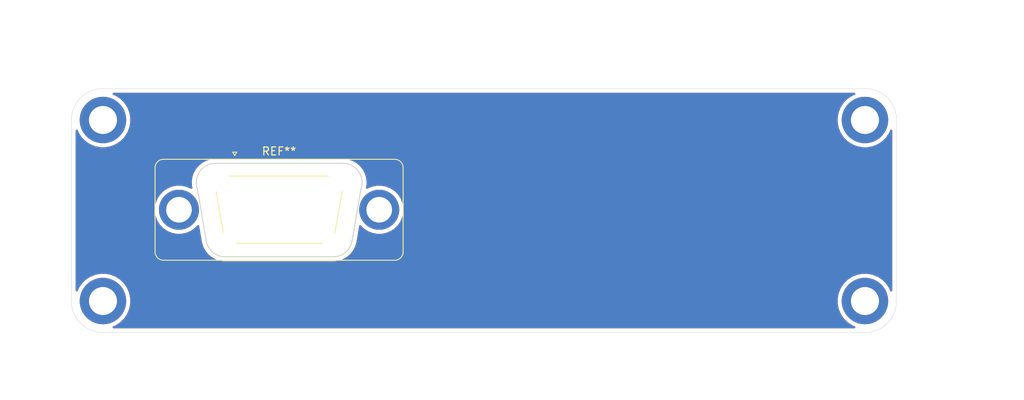
<source format=kicad_pcb>
(kicad_pcb (version 20171130) (host pcbnew "(5.1.5-0)")

  (general
    (thickness 1.6)
    (drawings 17)
    (tracks 4)
    (zones 0)
    (modules 1)
    (nets 1)
  )

  (page A4)
  (layers
    (0 F.Cu signal)
    (31 B.Cu signal)
    (32 B.Adhes user)
    (33 F.Adhes user)
    (34 B.Paste user)
    (35 F.Paste user)
    (36 B.SilkS user)
    (37 F.SilkS user)
    (38 B.Mask user)
    (39 F.Mask user)
    (40 Dwgs.User user)
    (41 Cmts.User user)
    (42 Eco1.User user)
    (43 Eco2.User user)
    (44 Edge.Cuts user)
    (45 Margin user)
    (46 B.CrtYd user)
    (47 F.CrtYd user)
    (48 B.Fab user)
    (49 F.Fab user)
  )

  (setup
    (last_trace_width 0.25)
    (trace_clearance 0.2)
    (zone_clearance 0.508)
    (zone_45_only no)
    (trace_min 0.2)
    (via_size 0.8)
    (via_drill 0.4)
    (via_min_size 0.4)
    (via_min_drill 0.3)
    (uvia_size 0.3)
    (uvia_drill 0.1)
    (uvias_allowed no)
    (uvia_min_size 0.2)
    (uvia_min_drill 0.1)
    (edge_width 0.05)
    (segment_width 0.2)
    (pcb_text_width 0.3)
    (pcb_text_size 1.5 1.5)
    (mod_edge_width 0.12)
    (mod_text_size 1 1)
    (mod_text_width 0.15)
    (pad_size 5 5)
    (pad_drill 3.2)
    (pad_to_mask_clearance 0.051)
    (solder_mask_min_width 0.25)
    (aux_axis_origin 0 0)
    (visible_elements FFFFFF7F)
    (pcbplotparams
      (layerselection 0x010fc_ffffffff)
      (usegerberextensions false)
      (usegerberattributes false)
      (usegerberadvancedattributes false)
      (creategerberjobfile false)
      (excludeedgelayer true)
      (linewidth 0.100000)
      (plotframeref false)
      (viasonmask false)
      (mode 1)
      (useauxorigin false)
      (hpglpennumber 1)
      (hpglpenspeed 20)
      (hpglpendiameter 15.000000)
      (psnegative false)
      (psa4output false)
      (plotreference true)
      (plotvalue true)
      (plotinvisibletext false)
      (padsonsilk false)
      (subtractmaskfromsilk false)
      (outputformat 1)
      (mirror false)
      (drillshape 0)
      (scaleselection 1)
      (outputdirectory "gerbers/back/"))
  )

  (net 0 "")

  (net_class Default "This is the default net class."
    (clearance 0.2)
    (trace_width 0.25)
    (via_dia 0.8)
    (via_drill 0.4)
    (uvia_dia 0.3)
    (uvia_drill 0.1)
  )

  (module Connector_Dsub:DSUB-9_Male_Vertical_P2.77x2.84mm_MountingHoles (layer F.Cu) (tedit 5FC321E1) (tstamp 5FC323B2)
    (at 116.45 109.8)
    (descr "9-pin D-Sub connector, straight/vertical, THT-mount, male, pitch 2.77x2.84mm, distance of mounting holes 25mm, see https://disti-assets.s3.amazonaws.com/tonar/files/datasheets/16730.pdf")
    (tags "9-pin D-Sub connector straight vertical THT male pitch 2.77x2.84mm mounting holes distance 25mm")
    (fp_text reference REF** (at 5.54 -5.89) (layer F.SilkS)
      (effects (font (size 1 1) (thickness 0.15)))
    )
    (fp_text value DSUB-9_Male_Vertical_P2.77x2.84mm_MountingHoles (at 5.54 8.73) (layer F.Fab)
      (effects (font (size 1 1) (thickness 0.15)))
    )
    (fp_text user %R (at 5.54 1.42) (layer F.Fab)
      (effects (font (size 1 1) (thickness 0.15)))
    )
    (fp_line (start 21.5 -5.35) (end -10.4 -5.35) (layer F.CrtYd) (width 0.05))
    (fp_line (start 21.5 8.2) (end 21.5 -5.35) (layer F.CrtYd) (width 0.05))
    (fp_line (start -10.4 8.2) (end 21.5 8.2) (layer F.CrtYd) (width 0.05))
    (fp_line (start -10.4 -5.35) (end -10.4 8.2) (layer F.CrtYd) (width 0.05))
    (fp_line (start -2.32647 -0.841744) (end -1.427202 4.258256) (layer F.SilkS) (width 0.12))
    (fp_line (start 13.40647 -0.841744) (end 12.507202 4.258256) (layer F.SilkS) (width 0.12))
    (fp_line (start 0.207579 5.63) (end 10.872421 5.63) (layer F.SilkS) (width 0.12))
    (fp_line (start -0.691689 -2.79) (end 11.771689 -2.79) (layer F.SilkS) (width 0.12))
    (fp_line (start 0 -5.351325) (end -0.25 -5.784338) (layer F.SilkS) (width 0.12))
    (fp_line (start 0.25 -5.784338) (end 0 -5.351325) (layer F.SilkS) (width 0.12))
    (fp_line (start -0.25 -5.784338) (end 0.25 -5.784338) (layer F.SilkS) (width 0.12))
    (fp_line (start -9.945 6.67) (end -9.945 -3.83) (layer F.SilkS) (width 0.12))
    (fp_line (start 19.965 7.73) (end -8.885 7.73) (layer F.SilkS) (width 0.12))
    (fp_line (start 21.025 -3.83) (end 21.025 6.67) (layer F.SilkS) (width 0.12))
    (fp_line (start -8.885 -4.89) (end 19.965 -4.89) (layer F.SilkS) (width 0.12))
    (fp_line (start -9.885 6.67) (end -9.885 -3.83) (layer F.Fab) (width 0.1))
    (fp_line (start 19.965 7.67) (end -8.885 7.67) (layer F.Fab) (width 0.1))
    (fp_line (start 20.965 -3.83) (end 20.965 6.67) (layer F.Fab) (width 0.1))
    (fp_line (start -8.885 -4.83) (end 19.965 -4.83) (layer F.Fab) (width 0.1))
    (fp_arc (start 19.965 6.67) (end 21.025 6.67) (angle 90) (layer F.SilkS) (width 0.12))
    (fp_arc (start -8.885 6.67) (end -9.945 6.67) (angle -90) (layer F.SilkS) (width 0.12))
    (fp_arc (start 19.965 -3.83) (end 19.965 -4.89) (angle 90) (layer F.SilkS) (width 0.12))
    (fp_arc (start -8.885 -3.83) (end -9.945 -3.83) (angle 90) (layer F.SilkS) (width 0.12))
    (fp_arc (start 19.965 6.67) (end 20.965 6.67) (angle 90) (layer F.Fab) (width 0.1))
    (fp_arc (start -8.885 6.67) (end -9.885 6.67) (angle -90) (layer F.Fab) (width 0.1))
    (fp_arc (start 19.965 -3.83) (end 19.965 -4.83) (angle 90) (layer F.Fab) (width 0.1))
    (fp_arc (start -8.885 -3.83) (end -9.885 -3.83) (angle 90) (layer F.Fab) (width 0.1))
    (pad 0 thru_hole circle (at 18.04 1.42) (size 5 5) (drill 3.2) (layers *.Cu *.Mask))
    (pad 0 thru_hole circle (at -6.96 1.42) (size 5 5) (drill 3.2) (layers *.Cu *.Mask))
    (model ${KISYS3DMOD}/Connector_Dsub.3dshapes/DSUB-9_Male_Vertical_P2.77x2.84mm_MountingHoles.wrl
      (at (xyz 0 0 0))
      (scale (xyz 1 1 1))
      (rotate (xyz 0 0 0))
    )
  )

  (gr_arc (start 114.05 107.82) (end 114.05 105.42) (angle -110) (layer Edge.Cuts) (width 0.12))
  (gr_arc (start 115.265 114.7) (end 115.265 117.1) (angle 80) (layer Edge.Cuts) (width 0.12) (tstamp 5FC2F27B))
  (gr_arc (start 129.95 107.82) (end 129.95 105.42) (angle 110) (layer Edge.Cuts) (width 0.12))
  (gr_arc (start 128.735 114.7) (end 128.735 117.1) (angle -80) (layer Edge.Cuts) (width 0.12) (tstamp 5FC2F27B))
  (gr_line (start 111.794738 108.640848) (end 112.901461 115.116756) (layer Edge.Cuts) (width 0.12))
  (gr_line (start 132.205262 108.640848) (end 131.098539 115.116756) (layer Edge.Cuts) (width 0.12))
  (gr_line (start 114.05 105.42) (end 129.95 105.42) (layer Edge.Cuts) (width 0.12))
  (gr_line (start 128.735 117.1) (end 115.265 117.1) (layer Edge.Cuts) (width 0.12))
  (gr_text "https://www.norcomp.net/products/dualport-dsub/85\nhttps://content.norcomp.net/rohspdfs/Connectors/PanelCutOuts/Panel_Cutout_D-Sub-Single.pdf" (at 124.7 94.3) (layer Dwgs.User)
    (effects (font (size 1 1) (thickness 0.15)))
  )
  (gr_arc (start 100 100) (end 96.065 100) (angle 90) (layer Edge.Cuts) (width 0.05))
  (gr_line (start 100 96.065) (end 195.13 96.065) (layer Edge.Cuts) (width 0.05))
  (gr_arc (start 195.13 100) (end 195.13 96.065) (angle 90) (layer Edge.Cuts) (width 0.05) (tstamp 5FC2B15F))
  (gr_line (start 199.065 100) (end 199.065 122.63) (layer Edge.Cuts) (width 0.05))
  (gr_arc (start 195.13 122.63) (end 199.065 122.63) (angle 90) (layer Edge.Cuts) (width 0.05) (tstamp 5FC2B156))
  (gr_line (start 195.13 126.565) (end 100 126.565) (layer Edge.Cuts) (width 0.05))
  (gr_arc (start 100 122.63) (end 100 126.565) (angle 90) (layer Edge.Cuts) (width 0.05) (tstamp 5FC2B148))
  (gr_line (start 96.065 122.63) (end 96.065 100) (layer Edge.Cuts) (width 0.05))

  (via (at 100 100) (size 5.8) (drill 3.5) (layers F.Cu B.Cu) (net 0))
  (via (at 100 122.63) (size 5.8) (drill 3.5) (layers F.Cu B.Cu) (net 0))
  (via (at 195.13 100) (size 5.8) (drill 3.5) (layers F.Cu B.Cu) (net 0))
  (via (at 195.13 122.63) (size 5.8) (drill 3.5) (layers F.Cu B.Cu) (net 0))

  (zone (net 0) (net_name "") (layer F.Mask) (tstamp 0) (hatch edge 0.508)
    (connect_pads (clearance 0.508))
    (min_thickness 0.254)
    (fill yes (arc_segments 32) (thermal_gap 0.508) (thermal_bridge_width 0.508))
    (polygon
      (pts
        (xy 205 130) (xy 90 130) (xy 90 90) (xy 205 90)
      )
    )
    (filled_polygon
      (pts
        (xy 195.515697 96.083948) (xy 195.89768 96.14061) (xy 196.27227 96.23444) (xy 196.635859 96.364534) (xy 196.984946 96.52964)
        (xy 197.316169 96.728167) (xy 197.626338 96.958204) (xy 197.912465 97.217535) (xy 198.171796 97.503662) (xy 198.401833 97.813831)
        (xy 198.60036 98.145054) (xy 198.765466 98.494141) (xy 198.89556 98.85773) (xy 198.98939 99.23232) (xy 199.046052 99.614303)
        (xy 199.065 100) (xy 199.065 122.63) (xy 199.046052 123.015697) (xy 198.98939 123.39768) (xy 198.89556 123.77227)
        (xy 198.765466 124.135859) (xy 198.60036 124.484946) (xy 198.401833 124.816169) (xy 198.171796 125.126338) (xy 197.912465 125.412465)
        (xy 197.626338 125.671796) (xy 197.316169 125.901833) (xy 196.984946 126.10036) (xy 196.635859 126.265466) (xy 196.27227 126.39556)
        (xy 195.89768 126.48939) (xy 195.515697 126.546052) (xy 195.13 126.565) (xy 100 126.565) (xy 99.614303 126.546052)
        (xy 99.23232 126.48939) (xy 98.85773 126.39556) (xy 98.494141 126.265466) (xy 98.145054 126.10036) (xy 97.813831 125.901833)
        (xy 97.503662 125.671796) (xy 97.217535 125.412465) (xy 96.958204 125.126338) (xy 96.728167 124.816169) (xy 96.52964 124.484946)
        (xy 96.364534 124.135859) (xy 96.23444 123.77227) (xy 96.14061 123.39768) (xy 96.083948 123.015697) (xy 96.065 122.63)
        (xy 96.065 107.736241) (xy 111.651462 107.736241) (xy 111.66039 108.04308) (xy 111.708411 108.346269) (xy 111.794738 108.640848)
        (xy 112.901461 115.116756) (xy 112.973234 115.412609) (xy 113.081883 115.696996) (xy 113.225659 115.965342) (xy 113.402248 116.213327)
        (xy 113.60881 116.436962) (xy 113.842021 116.632649) (xy 114.098128 116.797239) (xy 114.37301 116.928084) (xy 114.662245 117.023077)
        (xy 114.961178 117.080692) (xy 115.265 117.1) (xy 128.735 117.1) (xy 129.038822 117.080692) (xy 129.337755 117.023077)
        (xy 129.62699 116.928083) (xy 129.901872 116.797239) (xy 130.157979 116.632649) (xy 130.39119 116.436962) (xy 130.597752 116.213326)
        (xy 130.774341 115.965341) (xy 130.918117 115.696996) (xy 131.026765 115.412609) (xy 131.098539 115.116756) (xy 132.205262 108.640848)
        (xy 132.291589 108.346268) (xy 132.33961 108.043079) (xy 132.348538 107.736241) (xy 132.318227 107.430773) (xy 132.249174 107.131672)
        (xy 132.142509 106.843832) (xy 131.999975 106.571961) (xy 131.823905 106.320508) (xy 131.61718 106.093585) (xy 131.38318 105.894905)
        (xy 131.125735 105.727718) (xy 130.849055 105.594759) (xy 130.557668 105.498204) (xy 130.25634 105.439632) (xy 129.95 105.42)
        (xy 114.05 105.42) (xy 113.74366 105.439631) (xy 113.442332 105.498203) (xy 113.150944 105.594759) (xy 112.874265 105.727717)
        (xy 112.616819 105.894904) (xy 112.38282 106.093584) (xy 112.176094 106.320508) (xy 112.000025 106.571961) (xy 111.857491 106.843832)
        (xy 111.750825 107.131672) (xy 111.681772 107.430773) (xy 111.651462 107.736241) (xy 96.065 107.736241) (xy 96.065 100)
        (xy 96.083948 99.614303) (xy 96.14061 99.23232) (xy 96.23444 98.85773) (xy 96.364534 98.494141) (xy 96.52964 98.145054)
        (xy 96.728167 97.813831) (xy 96.958204 97.503662) (xy 97.217535 97.217535) (xy 97.503662 96.958204) (xy 97.813831 96.728167)
        (xy 98.145054 96.52964) (xy 98.494141 96.364534) (xy 98.85773 96.23444) (xy 99.23232 96.14061) (xy 99.614303 96.083948)
        (xy 100 96.065) (xy 195.13 96.065)
      )
    )
  )
  (zone (net 0) (net_name "") (layer B.Mask) (tstamp 5FC3E99E) (hatch edge 0.508)
    (connect_pads (clearance 0.508))
    (min_thickness 0.254)
    (fill yes (arc_segments 32) (thermal_gap 0.508) (thermal_bridge_width 0.508))
    (polygon
      (pts
        (xy 207.338451 130) (xy 92.338451 130) (xy 92.338451 90) (xy 207.338451 90)
      )
    )
    (filled_polygon
      (pts
        (xy 195.515697 96.083948) (xy 195.89768 96.14061) (xy 196.27227 96.23444) (xy 196.635859 96.364534) (xy 196.984946 96.52964)
        (xy 197.316169 96.728167) (xy 197.626338 96.958204) (xy 197.912465 97.217535) (xy 198.171796 97.503662) (xy 198.401833 97.813831)
        (xy 198.60036 98.145054) (xy 198.765466 98.494141) (xy 198.89556 98.85773) (xy 198.98939 99.23232) (xy 199.046052 99.614303)
        (xy 199.065 100) (xy 199.065 122.63) (xy 199.046052 123.015697) (xy 198.98939 123.39768) (xy 198.89556 123.77227)
        (xy 198.765466 124.135859) (xy 198.60036 124.484946) (xy 198.401833 124.816169) (xy 198.171796 125.126338) (xy 197.912465 125.412465)
        (xy 197.626338 125.671796) (xy 197.316169 125.901833) (xy 196.984946 126.10036) (xy 196.635859 126.265466) (xy 196.27227 126.39556)
        (xy 195.89768 126.48939) (xy 195.515697 126.546052) (xy 195.13 126.565) (xy 100 126.565) (xy 99.614303 126.546052)
        (xy 99.23232 126.48939) (xy 98.85773 126.39556) (xy 98.494141 126.265466) (xy 98.145054 126.10036) (xy 97.813831 125.901833)
        (xy 97.503662 125.671796) (xy 97.217535 125.412465) (xy 96.958204 125.126338) (xy 96.728167 124.816169) (xy 96.52964 124.484946)
        (xy 96.364534 124.135859) (xy 96.23444 123.77227) (xy 96.14061 123.39768) (xy 96.083948 123.015697) (xy 96.065 122.63)
        (xy 96.065 107.736241) (xy 111.651462 107.736241) (xy 111.66039 108.04308) (xy 111.708411 108.346269) (xy 111.794738 108.640848)
        (xy 112.901461 115.116756) (xy 112.973234 115.412609) (xy 113.081883 115.696996) (xy 113.225659 115.965342) (xy 113.402248 116.213327)
        (xy 113.60881 116.436962) (xy 113.842021 116.632649) (xy 114.098128 116.797239) (xy 114.37301 116.928084) (xy 114.662245 117.023077)
        (xy 114.961178 117.080692) (xy 115.265 117.1) (xy 128.735 117.1) (xy 129.038822 117.080692) (xy 129.337755 117.023077)
        (xy 129.62699 116.928083) (xy 129.901872 116.797239) (xy 130.157979 116.632649) (xy 130.39119 116.436962) (xy 130.597752 116.213326)
        (xy 130.774341 115.965341) (xy 130.918117 115.696996) (xy 131.026765 115.412609) (xy 131.098539 115.116756) (xy 132.205262 108.640848)
        (xy 132.291589 108.346268) (xy 132.33961 108.043079) (xy 132.348538 107.736241) (xy 132.318227 107.430773) (xy 132.249174 107.131672)
        (xy 132.142509 106.843832) (xy 131.999975 106.571961) (xy 131.823905 106.320508) (xy 131.61718 106.093585) (xy 131.38318 105.894905)
        (xy 131.125735 105.727718) (xy 130.849055 105.594759) (xy 130.557668 105.498204) (xy 130.25634 105.439632) (xy 129.95 105.42)
        (xy 114.05 105.42) (xy 113.74366 105.439631) (xy 113.442332 105.498203) (xy 113.150944 105.594759) (xy 112.874265 105.727717)
        (xy 112.616819 105.894904) (xy 112.38282 106.093584) (xy 112.176094 106.320508) (xy 112.000025 106.571961) (xy 111.857491 106.843832)
        (xy 111.750825 107.131672) (xy 111.681772 107.430773) (xy 111.651462 107.736241) (xy 96.065 107.736241) (xy 96.065 100)
        (xy 96.083948 99.614303) (xy 96.14061 99.23232) (xy 96.23444 98.85773) (xy 96.364534 98.494141) (xy 96.52964 98.145054)
        (xy 96.728167 97.813831) (xy 96.958204 97.503662) (xy 97.217535 97.217535) (xy 97.503662 96.958204) (xy 97.813831 96.728167)
        (xy 98.145054 96.52964) (xy 98.494141 96.364534) (xy 98.85773 96.23444) (xy 99.23232 96.14061) (xy 99.614303 96.083948)
        (xy 100 96.065) (xy 195.13 96.065)
      )
    )
  )
  (zone (net 0) (net_name "") (layer F.Cu) (tstamp 0) (hatch edge 0.508)
    (connect_pads (clearance 0.508))
    (min_thickness 0.254)
    (fill yes (arc_segments 32) (thermal_gap 0.508) (thermal_bridge_width 0.508))
    (polygon
      (pts
        (xy 215 135) (xy 95 135) (xy 95 85) (xy 215 85)
      )
    )
    (filled_polygon
      (pts
        (xy 193.45555 96.867324) (xy 192.876569 97.254186) (xy 192.384186 97.746569) (xy 191.997324 98.32555) (xy 191.730848 98.968879)
        (xy 191.595 99.651833) (xy 191.595 100.348167) (xy 191.730848 101.031121) (xy 191.997324 101.67445) (xy 192.384186 102.253431)
        (xy 192.876569 102.745814) (xy 193.45555 103.132676) (xy 194.098879 103.399152) (xy 194.781833 103.535) (xy 195.478167 103.535)
        (xy 196.161121 103.399152) (xy 196.80445 103.132676) (xy 197.383431 102.745814) (xy 197.875814 102.253431) (xy 198.262676 101.67445)
        (xy 198.405 101.33085) (xy 198.405001 121.299152) (xy 198.262676 120.95555) (xy 197.875814 120.376569) (xy 197.383431 119.884186)
        (xy 196.80445 119.497324) (xy 196.161121 119.230848) (xy 195.478167 119.095) (xy 194.781833 119.095) (xy 194.098879 119.230848)
        (xy 193.45555 119.497324) (xy 192.876569 119.884186) (xy 192.384186 120.376569) (xy 191.997324 120.95555) (xy 191.730848 121.598879)
        (xy 191.595 122.281833) (xy 191.595 122.978167) (xy 191.730848 123.661121) (xy 191.997324 124.30445) (xy 192.384186 124.883431)
        (xy 192.876569 125.375814) (xy 193.45555 125.762676) (xy 193.79915 125.905) (xy 101.33085 125.905) (xy 101.67445 125.762676)
        (xy 102.253431 125.375814) (xy 102.745814 124.883431) (xy 103.132676 124.30445) (xy 103.399152 123.661121) (xy 103.535 122.978167)
        (xy 103.535 122.281833) (xy 103.399152 121.598879) (xy 103.132676 120.95555) (xy 102.745814 120.376569) (xy 102.253431 119.884186)
        (xy 101.67445 119.497324) (xy 101.031121 119.230848) (xy 100.348167 119.095) (xy 99.651833 119.095) (xy 98.968879 119.230848)
        (xy 98.32555 119.497324) (xy 97.746569 119.884186) (xy 97.254186 120.376569) (xy 96.867324 120.95555) (xy 96.725 121.29915)
        (xy 96.725 110.911229) (xy 106.355 110.911229) (xy 106.355 111.528771) (xy 106.475476 112.134446) (xy 106.711799 112.704979)
        (xy 107.054886 113.218446) (xy 107.491554 113.655114) (xy 108.005021 113.998201) (xy 108.575554 114.234524) (xy 109.181229 114.355)
        (xy 109.798771 114.355) (xy 110.404446 114.234524) (xy 110.974979 113.998201) (xy 111.488446 113.655114) (xy 111.879724 113.263836)
        (xy 112.222143 115.26748) (xy 112.223911 115.273934) (xy 112.231329 115.312818) (xy 112.240928 115.345432) (xy 112.247296 115.378814)
        (xy 112.250101 115.388104) (xy 112.38861 115.835555) (xy 112.41302 115.893624) (xy 112.436617 115.952028) (xy 112.44117 115.960592)
        (xy 112.441172 115.960597) (xy 112.441175 115.960601) (xy 112.663955 116.372623) (xy 112.699187 116.424857) (xy 112.73367 116.477552)
        (xy 112.739801 116.48507) (xy 112.739804 116.485074) (xy 112.739808 116.485078) (xy 113.038371 116.845979) (xy 113.083045 116.890342)
        (xy 113.12714 116.93537) (xy 113.134612 116.941551) (xy 113.134617 116.941556) (xy 113.134619 116.941557) (xy 113.497599 117.237597)
        (xy 113.550056 117.272449) (xy 113.602042 117.308044) (xy 113.610578 117.31266) (xy 114.024149 117.532559) (xy 114.082424 117.556578)
        (xy 114.140284 117.581377) (xy 114.149548 117.584245) (xy 114.149555 117.584248) (xy 114.149562 117.584249) (xy 114.597961 117.719629)
        (xy 114.659743 117.731862) (xy 114.721366 117.74496) (xy 114.731017 117.745975) (xy 115.19718 117.791683) (xy 115.197187 117.791683)
        (xy 115.230865 117.795) (xy 128.769135 117.795) (xy 128.773973 117.794524) (xy 128.811709 117.793997) (xy 128.845493 117.790208)
        (xy 128.879483 117.789733) (xy 128.889119 117.788585) (xy 129.353822 117.729879) (xy 129.415246 117.715924) (xy 129.476862 117.702827)
        (xy 129.486089 117.699829) (xy 129.486095 117.699827) (xy 129.930543 117.551979) (xy 129.98809 117.526358) (xy 130.045987 117.501543)
        (xy 130.054453 117.496812) (xy 130.054457 117.49681) (xy 130.05446 117.496808) (xy 130.461728 117.265446) (xy 130.513162 117.229163)
        (xy 130.565175 117.193549) (xy 130.572565 117.18726) (xy 130.92714 116.881199) (xy 130.970575 116.835588) (xy 131.014653 116.790577)
        (xy 131.020681 116.782972) (xy 131.309054 116.41387) (xy 131.342812 116.360676) (xy 131.377298 116.307975) (xy 131.381731 116.299349)
        (xy 131.381734 116.299345) (xy 131.381736 116.299341) (xy 131.592924 115.881259) (xy 131.6157 115.822539) (xy 131.6393 115.764127)
        (xy 131.641975 115.754799) (xy 131.749988 115.367943) (xy 131.750742 115.366435) (xy 131.777856 115.26748) (xy 132.117357 113.280917)
        (xy 132.491554 113.655114) (xy 133.005021 113.998201) (xy 133.575554 114.234524) (xy 134.181229 114.355) (xy 134.798771 114.355)
        (xy 135.404446 114.234524) (xy 135.974979 113.998201) (xy 136.488446 113.655114) (xy 136.925114 113.218446) (xy 137.268201 112.704979)
        (xy 137.504524 112.134446) (xy 137.625 111.528771) (xy 137.625 110.911229) (xy 137.504524 110.305554) (xy 137.268201 109.735021)
        (xy 136.925114 109.221554) (xy 136.488446 108.784886) (xy 135.974979 108.441799) (xy 135.404446 108.205476) (xy 134.798771 108.085)
        (xy 134.181229 108.085) (xy 133.575554 108.205476) (xy 133.005021 108.441799) (xy 132.975547 108.461493) (xy 132.977535 108.454276)
        (xy 132.98723 108.398148) (xy 132.998681 108.342364) (xy 132.999629 108.332706) (xy 133.042082 107.866236) (xy 133.041642 107.803208)
        (xy 133.042081 107.740256) (xy 133.041135 107.730598) (xy 132.992174 107.264766) (xy 132.979498 107.203013) (xy 132.967704 107.141186)
        (xy 132.9649 107.131896) (xy 132.82639 106.684446) (xy 132.80198 106.626377) (xy 132.778383 106.567973) (xy 132.773828 106.559404)
        (xy 132.551046 106.147378) (xy 132.515828 106.095165) (xy 132.48133 106.042448) (xy 132.475197 106.034928) (xy 132.176629 105.674021)
        (xy 132.131938 105.629641) (xy 132.087859 105.584629) (xy 132.080382 105.578443) (xy 131.7174 105.282403) (xy 131.664939 105.247547)
        (xy 131.612958 105.211956) (xy 131.604427 105.207343) (xy 131.604423 105.20734) (xy 131.604419 105.207338) (xy 131.190851 104.987441)
        (xy 131.132633 104.963445) (xy 131.074716 104.938623) (xy 131.065446 104.935753) (xy 130.617039 104.800371) (xy 130.555263 104.788139)
        (xy 130.493634 104.77504) (xy 130.483983 104.774025) (xy 130.017821 104.728317) (xy 130.017813 104.728317) (xy 129.984135 104.725)
        (xy 114.015865 104.725) (xy 113.988093 104.727735) (xy 113.610547 104.758112) (xy 113.554494 104.768197) (xy 113.498149 104.776518)
        (xy 113.488749 104.778931) (xy 113.035891 104.898582) (xy 112.976835 104.920544) (xy 112.917511 104.941669) (xy 112.908762 104.94586)
        (xy 112.908754 104.945864) (xy 112.487766 105.151194) (xy 112.434132 105.18419) (xy 112.380009 105.216454) (xy 112.372238 105.222267)
        (xy 111.999146 105.505459) (xy 111.952923 105.548261) (xy 111.906114 105.590409) (xy 111.899627 105.597614) (xy 111.899622 105.597618)
        (xy 111.899621 105.59762) (xy 111.58864 105.947887) (xy 111.551618 105.998843) (xy 111.513883 106.049285) (xy 111.50892 106.057611)
        (xy 111.508912 106.057622) (xy 111.508907 106.057633) (xy 111.271887 106.461621) (xy 111.245458 106.518817) (xy 111.218248 106.575611)
        (xy 111.214992 106.584753) (xy 111.060952 107.027097) (xy 111.046139 107.088325) (xy 111.030475 107.149334) (xy 111.02906 107.158922)
        (xy 111.029057 107.158934) (xy 111.029057 107.158946) (xy 110.96387 107.622773) (xy 110.961233 107.685682) (xy 110.957716 107.7486)
        (xy 110.95819 107.758293) (xy 110.984336 108.225961) (xy 110.993968 108.288181) (xy 111.002739 108.35059) (xy 111.005085 108.359999)
        (xy 111.005086 108.360004) (xy 111.005087 108.360006) (xy 111.036672 108.483021) (xy 110.974979 108.441799) (xy 110.404446 108.205476)
        (xy 109.798771 108.085) (xy 109.181229 108.085) (xy 108.575554 108.205476) (xy 108.005021 108.441799) (xy 107.491554 108.784886)
        (xy 107.054886 109.221554) (xy 106.711799 109.735021) (xy 106.475476 110.305554) (xy 106.355 110.911229) (xy 96.725 110.911229)
        (xy 96.725 101.33085) (xy 96.867324 101.67445) (xy 97.254186 102.253431) (xy 97.746569 102.745814) (xy 98.32555 103.132676)
        (xy 98.968879 103.399152) (xy 99.651833 103.535) (xy 100.348167 103.535) (xy 101.031121 103.399152) (xy 101.67445 103.132676)
        (xy 102.253431 102.745814) (xy 102.745814 102.253431) (xy 103.132676 101.67445) (xy 103.399152 101.031121) (xy 103.535 100.348167)
        (xy 103.535 99.651833) (xy 103.399152 98.968879) (xy 103.132676 98.32555) (xy 102.745814 97.746569) (xy 102.253431 97.254186)
        (xy 101.67445 96.867324) (xy 101.33085 96.725) (xy 193.79915 96.725)
      )
    )
  )
  (zone (net 0) (net_name "") (layer B.Cu) (tstamp 5FC3E9B7) (hatch edge 0.508)
    (connect_pads (clearance 0.508))
    (min_thickness 0.254)
    (fill yes (arc_segments 32) (thermal_gap 0.508) (thermal_bridge_width 0.508))
    (polygon
      (pts
        (xy 211.896169 135) (xy 91.896169 135) (xy 91.896169 85) (xy 211.896169 85)
      )
    )
    (filled_polygon
      (pts
        (xy 193.45555 96.867324) (xy 192.876569 97.254186) (xy 192.384186 97.746569) (xy 191.997324 98.32555) (xy 191.730848 98.968879)
        (xy 191.595 99.651833) (xy 191.595 100.348167) (xy 191.730848 101.031121) (xy 191.997324 101.67445) (xy 192.384186 102.253431)
        (xy 192.876569 102.745814) (xy 193.45555 103.132676) (xy 194.098879 103.399152) (xy 194.781833 103.535) (xy 195.478167 103.535)
        (xy 196.161121 103.399152) (xy 196.80445 103.132676) (xy 197.383431 102.745814) (xy 197.875814 102.253431) (xy 198.262676 101.67445)
        (xy 198.405 101.33085) (xy 198.405001 121.299152) (xy 198.262676 120.95555) (xy 197.875814 120.376569) (xy 197.383431 119.884186)
        (xy 196.80445 119.497324) (xy 196.161121 119.230848) (xy 195.478167 119.095) (xy 194.781833 119.095) (xy 194.098879 119.230848)
        (xy 193.45555 119.497324) (xy 192.876569 119.884186) (xy 192.384186 120.376569) (xy 191.997324 120.95555) (xy 191.730848 121.598879)
        (xy 191.595 122.281833) (xy 191.595 122.978167) (xy 191.730848 123.661121) (xy 191.997324 124.30445) (xy 192.384186 124.883431)
        (xy 192.876569 125.375814) (xy 193.45555 125.762676) (xy 193.79915 125.905) (xy 101.33085 125.905) (xy 101.67445 125.762676)
        (xy 102.253431 125.375814) (xy 102.745814 124.883431) (xy 103.132676 124.30445) (xy 103.399152 123.661121) (xy 103.535 122.978167)
        (xy 103.535 122.281833) (xy 103.399152 121.598879) (xy 103.132676 120.95555) (xy 102.745814 120.376569) (xy 102.253431 119.884186)
        (xy 101.67445 119.497324) (xy 101.031121 119.230848) (xy 100.348167 119.095) (xy 99.651833 119.095) (xy 98.968879 119.230848)
        (xy 98.32555 119.497324) (xy 97.746569 119.884186) (xy 97.254186 120.376569) (xy 96.867324 120.95555) (xy 96.725 121.29915)
        (xy 96.725 110.911229) (xy 106.355 110.911229) (xy 106.355 111.528771) (xy 106.475476 112.134446) (xy 106.711799 112.704979)
        (xy 107.054886 113.218446) (xy 107.491554 113.655114) (xy 108.005021 113.998201) (xy 108.575554 114.234524) (xy 109.181229 114.355)
        (xy 109.798771 114.355) (xy 110.404446 114.234524) (xy 110.974979 113.998201) (xy 111.488446 113.655114) (xy 111.879724 113.263836)
        (xy 112.222143 115.26748) (xy 112.223911 115.273934) (xy 112.231329 115.312818) (xy 112.240928 115.345432) (xy 112.247296 115.378814)
        (xy 112.250101 115.388104) (xy 112.38861 115.835555) (xy 112.41302 115.893624) (xy 112.436617 115.952028) (xy 112.44117 115.960592)
        (xy 112.441172 115.960597) (xy 112.441175 115.960601) (xy 112.663955 116.372623) (xy 112.699187 116.424857) (xy 112.73367 116.477552)
        (xy 112.739801 116.48507) (xy 112.739804 116.485074) (xy 112.739808 116.485078) (xy 113.038371 116.845979) (xy 113.083045 116.890342)
        (xy 113.12714 116.93537) (xy 113.134612 116.941551) (xy 113.134617 116.941556) (xy 113.134619 116.941557) (xy 113.497599 117.237597)
        (xy 113.550056 117.272449) (xy 113.602042 117.308044) (xy 113.610578 117.31266) (xy 114.024149 117.532559) (xy 114.082424 117.556578)
        (xy 114.140284 117.581377) (xy 114.149548 117.584245) (xy 114.149555 117.584248) (xy 114.149562 117.584249) (xy 114.597961 117.719629)
        (xy 114.659743 117.731862) (xy 114.721366 117.74496) (xy 114.731017 117.745975) (xy 115.19718 117.791683) (xy 115.197187 117.791683)
        (xy 115.230865 117.795) (xy 128.769135 117.795) (xy 128.773973 117.794524) (xy 128.811709 117.793997) (xy 128.845493 117.790208)
        (xy 128.879483 117.789733) (xy 128.889119 117.788585) (xy 129.353822 117.729879) (xy 129.415246 117.715924) (xy 129.476862 117.702827)
        (xy 129.486089 117.699829) (xy 129.486095 117.699827) (xy 129.930543 117.551979) (xy 129.98809 117.526358) (xy 130.045987 117.501543)
        (xy 130.054453 117.496812) (xy 130.054457 117.49681) (xy 130.05446 117.496808) (xy 130.461728 117.265446) (xy 130.513162 117.229163)
        (xy 130.565175 117.193549) (xy 130.572565 117.18726) (xy 130.92714 116.881199) (xy 130.970575 116.835588) (xy 131.014653 116.790577)
        (xy 131.020681 116.782972) (xy 131.309054 116.41387) (xy 131.342812 116.360676) (xy 131.377298 116.307975) (xy 131.381731 116.299349)
        (xy 131.381734 116.299345) (xy 131.381736 116.299341) (xy 131.592924 115.881259) (xy 131.6157 115.822539) (xy 131.6393 115.764127)
        (xy 131.641975 115.754799) (xy 131.749988 115.367943) (xy 131.750742 115.366435) (xy 131.777856 115.26748) (xy 132.117357 113.280917)
        (xy 132.491554 113.655114) (xy 133.005021 113.998201) (xy 133.575554 114.234524) (xy 134.181229 114.355) (xy 134.798771 114.355)
        (xy 135.404446 114.234524) (xy 135.974979 113.998201) (xy 136.488446 113.655114) (xy 136.925114 113.218446) (xy 137.268201 112.704979)
        (xy 137.504524 112.134446) (xy 137.625 111.528771) (xy 137.625 110.911229) (xy 137.504524 110.305554) (xy 137.268201 109.735021)
        (xy 136.925114 109.221554) (xy 136.488446 108.784886) (xy 135.974979 108.441799) (xy 135.404446 108.205476) (xy 134.798771 108.085)
        (xy 134.181229 108.085) (xy 133.575554 108.205476) (xy 133.005021 108.441799) (xy 132.975547 108.461493) (xy 132.977535 108.454276)
        (xy 132.98723 108.398148) (xy 132.998681 108.342364) (xy 132.999629 108.332706) (xy 133.042082 107.866236) (xy 133.041642 107.803208)
        (xy 133.042081 107.740256) (xy 133.041135 107.730598) (xy 132.992174 107.264766) (xy 132.979498 107.203013) (xy 132.967704 107.141186)
        (xy 132.9649 107.131896) (xy 132.82639 106.684446) (xy 132.80198 106.626377) (xy 132.778383 106.567973) (xy 132.773828 106.559404)
        (xy 132.551046 106.147378) (xy 132.515828 106.095165) (xy 132.48133 106.042448) (xy 132.475197 106.034928) (xy 132.176629 105.674021)
        (xy 132.131938 105.629641) (xy 132.087859 105.584629) (xy 132.080382 105.578443) (xy 131.7174 105.282403) (xy 131.664939 105.247547)
        (xy 131.612958 105.211956) (xy 131.604427 105.207343) (xy 131.604423 105.20734) (xy 131.604419 105.207338) (xy 131.190851 104.987441)
        (xy 131.132633 104.963445) (xy 131.074716 104.938623) (xy 131.065446 104.935753) (xy 130.617039 104.800371) (xy 130.555263 104.788139)
        (xy 130.493634 104.77504) (xy 130.483983 104.774025) (xy 130.017821 104.728317) (xy 130.017813 104.728317) (xy 129.984135 104.725)
        (xy 114.015865 104.725) (xy 113.988093 104.727735) (xy 113.610547 104.758112) (xy 113.554494 104.768197) (xy 113.498149 104.776518)
        (xy 113.488749 104.778931) (xy 113.035891 104.898582) (xy 112.976835 104.920544) (xy 112.917511 104.941669) (xy 112.908762 104.94586)
        (xy 112.908754 104.945864) (xy 112.487766 105.151194) (xy 112.434132 105.18419) (xy 112.380009 105.216454) (xy 112.372238 105.222267)
        (xy 111.999146 105.505459) (xy 111.952923 105.548261) (xy 111.906114 105.590409) (xy 111.899627 105.597614) (xy 111.899622 105.597618)
        (xy 111.899621 105.59762) (xy 111.58864 105.947887) (xy 111.551618 105.998843) (xy 111.513883 106.049285) (xy 111.50892 106.057611)
        (xy 111.508912 106.057622) (xy 111.508907 106.057633) (xy 111.271887 106.461621) (xy 111.245458 106.518817) (xy 111.218248 106.575611)
        (xy 111.214992 106.584753) (xy 111.060952 107.027097) (xy 111.046139 107.088325) (xy 111.030475 107.149334) (xy 111.02906 107.158922)
        (xy 111.029057 107.158934) (xy 111.029057 107.158946) (xy 110.96387 107.622773) (xy 110.961233 107.685682) (xy 110.957716 107.7486)
        (xy 110.95819 107.758293) (xy 110.984336 108.225961) (xy 110.993968 108.288181) (xy 111.002739 108.35059) (xy 111.005085 108.359999)
        (xy 111.005086 108.360004) (xy 111.005087 108.360006) (xy 111.036672 108.483021) (xy 110.974979 108.441799) (xy 110.404446 108.205476)
        (xy 109.798771 108.085) (xy 109.181229 108.085) (xy 108.575554 108.205476) (xy 108.005021 108.441799) (xy 107.491554 108.784886)
        (xy 107.054886 109.221554) (xy 106.711799 109.735021) (xy 106.475476 110.305554) (xy 106.355 110.911229) (xy 96.725 110.911229)
        (xy 96.725 101.33085) (xy 96.867324 101.67445) (xy 97.254186 102.253431) (xy 97.746569 102.745814) (xy 98.32555 103.132676)
        (xy 98.968879 103.399152) (xy 99.651833 103.535) (xy 100.348167 103.535) (xy 101.031121 103.399152) (xy 101.67445 103.132676)
        (xy 102.253431 102.745814) (xy 102.745814 102.253431) (xy 103.132676 101.67445) (xy 103.399152 101.031121) (xy 103.535 100.348167)
        (xy 103.535 99.651833) (xy 103.399152 98.968879) (xy 103.132676 98.32555) (xy 102.745814 97.746569) (xy 102.253431 97.254186)
        (xy 101.67445 96.867324) (xy 101.33085 96.725) (xy 193.79915 96.725)
      )
    )
  )
)

</source>
